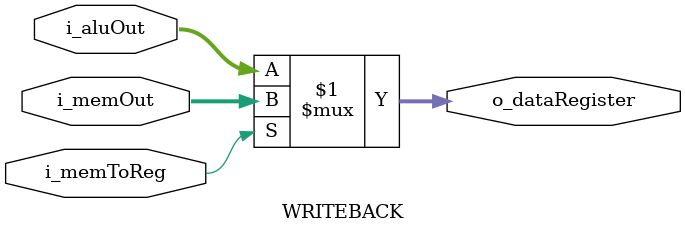
<source format=v>
`timescale 1ns / 1ps


module WRITEBACK #(
    parameter len = 32
	) (
	input i_memToReg,
	input [len-1:0] i_aluOut,
	input [len-1:0] i_memOut,
	output [len-1:0] o_dataRegister
    );

    //always @(*)
    //begin
        assign o_dataRegister = (i_memToReg) ? i_memOut : i_aluOut;
    //end
endmodule

</source>
